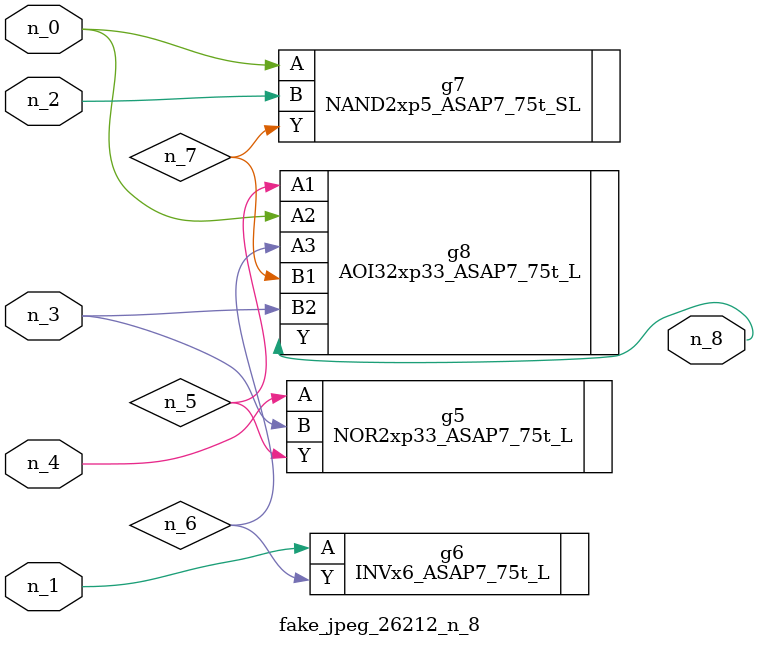
<source format=v>
module fake_jpeg_26212_n_8 (n_3, n_2, n_1, n_0, n_4, n_8);

input n_3;
input n_2;
input n_1;
input n_0;
input n_4;

output n_8;

wire n_6;
wire n_5;
wire n_7;

NOR2xp33_ASAP7_75t_L g5 ( 
.A(n_4),
.B(n_3),
.Y(n_5)
);

INVx6_ASAP7_75t_L g6 ( 
.A(n_1),
.Y(n_6)
);

NAND2xp5_ASAP7_75t_SL g7 ( 
.A(n_0),
.B(n_2),
.Y(n_7)
);

AOI32xp33_ASAP7_75t_L g8 ( 
.A1(n_5),
.A2(n_0),
.A3(n_6),
.B1(n_7),
.B2(n_3),
.Y(n_8)
);


endmodule
</source>
